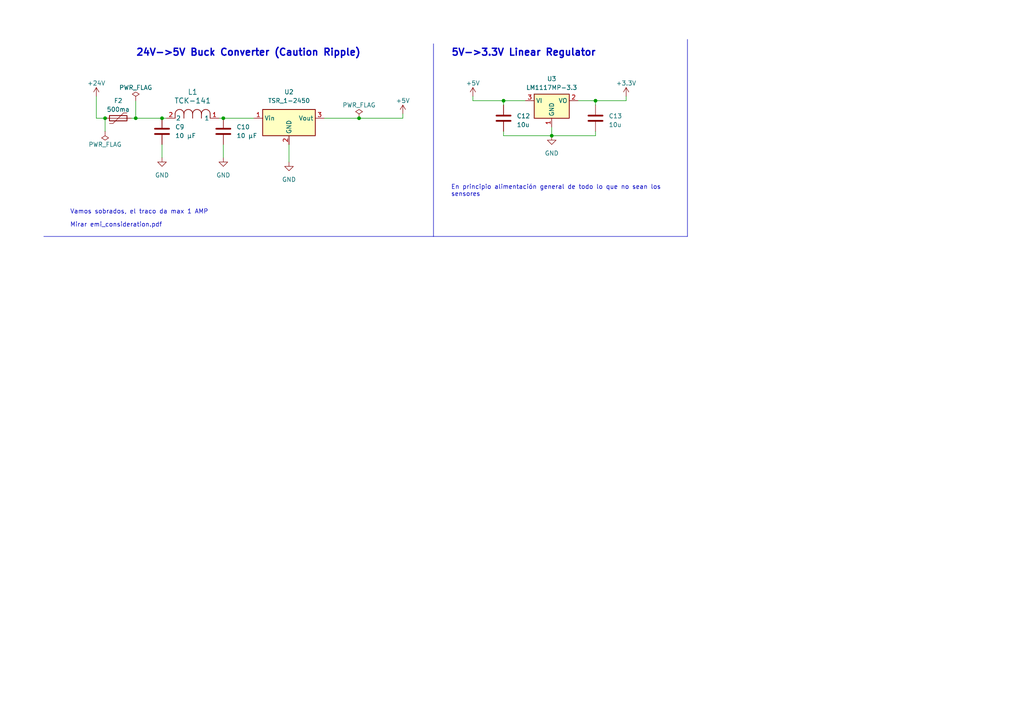
<source format=kicad_sch>
(kicad_sch (version 20231120) (generator "eeschema") (generator_version "8.0")
  (paper "A4")
  (title_block (title "TeR_PEDAL") (date "2023-11-24") (rev "V1.1.0") (company "Tecnun-eRacing") (comment 1 "Ozuba"))
  (lib_symbols
    (symbol "Device:C" (pin_numbers hide) (pin_names (offset 0.254))
      (property "Reference" "C" (at 0.635 2.54 0))
      (property "Value" "C" (at 0.635 -2.54 0))
      (symbol "C_0_1"
        (polyline (pts (xy -2.032 -0.762) (xy 2.032 -0.762)) (stroke (width 0.508)))
        (polyline (pts (xy -2.032 0.762) (xy 2.032 0.762)) (stroke (width 0.508)))
      )
      (symbol "C_1_1"
        (pin passive line (at 0 3.81 270) (length 2.794) (name "~") (number "1"))
        (pin passive line (at 0 -3.81 90) (length 2.794) (name "~") (number "2"))
      )
    )
    (symbol "Device:Polyfuse" (pin_numbers hide) (pin_names (offset 0))
      (property "Reference" "F" (at -2.54 0 90))
      (property "Value" "Polyfuse" (at 2.54 0 90))
      (symbol "Polyfuse_0_1"
        (rectangle (start -0.762 2.54) (end 0.762 -2.54) (stroke (width 0.254)))
        (polyline (pts (xy 0 2.54) (xy 0 -2.54)))
        (polyline (pts (xy -1.524 2.54) (xy -1.524 1.524) (xy 1.524 -1.524) (xy 1.524 -2.54)))
      )
      (symbol "Polyfuse_1_1"
        (pin passive line (at 0 3.81 270) (length 1.27) (name "~") (number "1"))
        (pin passive line (at 0 -3.81 90) (length 1.27) (name "~") (number "2"))
      )
    )
    (symbol "Regulator_Linear:LM1117MP-3.3"
      (property "Reference" "U" (at -3.81 3.175 0))
      (property "Value" "LM1117MP-3.3" (at 0 3.175 0))
      (symbol "LM1117MP-3.3_0_1"
        (rectangle (start -5.08 -5.08) (end 5.08 1.905) (stroke (width 0.254)) (fill (type background)))
      )
      (symbol "LM1117MP-3.3_1_1"
        (pin power_in line (at 0 -7.62 90) (length 2.54) (name "GND") (number "1"))
        (pin power_out line (at 7.62 0 180) (length 2.54) (name "VO") (number "2"))
        (pin power_in line (at -7.62 0 0) (length 2.54) (name "VI") (number "3"))
      )
    )
    (symbol "Regulator_Switching:TSR_1-2450"
      (property "Reference" "U" (at -7.62 6.35 0))
      (property "Value" "TSR_1-2450" (at -1.27 6.35 0))
      (symbol "TSR_1-2450_0_1"
        (rectangle (start -7.62 5.08) (end 7.62 -2.54) (stroke (width 0.254)) (fill (type background)))
      )
      (symbol "TSR_1-2450_1_1"
        (pin power_in line (at -10.16 2.54 0) (length 2.54) (name "Vin") (number "1"))
        (pin power_in line (at 0 -5.08 90) (length 2.54) (name "GND") (number "2"))
        (pin power_out line (at 10.16 2.54 180) (length 2.54) (name "Vout") (number "3"))
      )
    )
    (symbol "TracoChoke:TCK-141" (pin_names (offset 0.254))
      (property "Reference" "L" (at 6.985 5.08 0))
      (property "Value" "TCK-141" (at 6.985 -2.54 0))
      (symbol "TCK-141_1_1"
        (polyline (pts (xy 2.54 0) (xy 2.54 1.27)) (stroke (width 0.2032)))
        (polyline (pts (xy 5.08 0) (xy 5.08 1.27)) (stroke (width 0.2032)))
        (polyline (pts (xy 7.62 0) (xy 7.62 1.27)) (stroke (width 0.2032)))
        (polyline (pts (xy 10.16 0) (xy 10.16 1.27)) (stroke (width 0.2032)))
        (polyline (pts (xy 12.7 0) (xy 12.7 1.27)) (stroke (width 0.2032)))
        (arc (start 5.08 1.27) (mid 3.81 2.5345) (end 2.54 1.27) (stroke (width 0.2032)))
        (arc (start 7.62 1.27) (mid 6.35 2.5345) (end 5.08 1.27) (stroke (width 0.2032)))
        (arc (start 10.16 1.27) (mid 8.89 2.5345) (end 7.62 1.27) (stroke (width 0.2032)))
        (arc (start 12.7 1.27) (mid 11.43 2.5345) (end 10.16 1.27) (stroke (width 0.2032)))
        (pin unspecified line (at 15.24 0 180) (length 2.54) (name "1") (number "1"))
        (pin unspecified line (at 0 0 0) (length 2.54) (name "2") (number "2"))
      )
      (symbol "TCK-141_1_2"
        (arc (start -1.27 5.08) (mid -2.5345 3.81) (end -1.27 2.54) (stroke (width 0.2032)))
        (arc (start -1.27 7.62) (mid -2.5345 6.35) (end -1.27 5.08) (stroke (width 0.2032)))
        (arc (start -1.27 10.16) (mid -2.5345 8.89) (end -1.27 7.62) (stroke (width 0.2032)))
        (arc (start -1.27 12.7) (mid -2.5345 11.43) (end -1.27 10.16) (stroke (width 0.2032)))
        (polyline (pts (xy 0 2.54) (xy -1.27 2.54)) (stroke (width 0.2032)))
        (polyline (pts (xy 0 5.08) (xy -1.27 5.08)) (stroke (width 0.2032)))
        (polyline (pts (xy 0 7.62) (xy -1.27 7.62)) (stroke (width 0.2032)))
        (polyline (pts (xy 0 10.16) (xy -1.27 10.16)) (stroke (width 0.2032)))
        (polyline (pts (xy 0 12.7) (xy -1.27 12.7)) (stroke (width 0.2032)))
        (pin unspecified line (at 0 15.24 270) (length 2.54) (name "1") (number "1"))
        (pin unspecified line (at 0 0 90) (length 2.54) (name "2") (number "2"))
      )
    )
    (symbol "power:+24V" (power) (pin_names (offset 0))
      (property "Value" "+24V" (at 0 3.556 0))
      (symbol "+24V_0_1"
        (polyline (pts (xy -0.762 1.27) (xy 0 2.54)))
        (polyline (pts (xy 0 0) (xy 0 2.54)))
        (polyline (pts (xy 0 2.54) (xy 0.762 1.27)))
      )
      (symbol "+24V_1_1"
        (pin power_in line (at 0 0 90) (length 0) hide (name "+24V") (number "1"))
      )
    )
    (symbol "power:+3.3V" (power) (pin_names (offset 0))
      (property "Value" "+3.3V" (at 0 3.556 0))
      (symbol "+3.3V_0_1"
        (polyline (pts (xy -0.762 1.27) (xy 0 2.54)))
        (polyline (pts (xy 0 0) (xy 0 2.54)))
        (polyline (pts (xy 0 2.54) (xy 0.762 1.27)))
      )
      (symbol "+3.3V_1_1"
        (pin power_in line (at 0 0 90) (length 0) hide (name "+3.3V") (number "1"))
      )
    )
    (symbol "power:+5V" (power) (pin_names (offset 0))
      (property "Value" "+5V" (at 0 3.556 0))
      (symbol "+5V_0_1"
        (polyline (pts (xy -0.762 1.27) (xy 0 2.54)))
        (polyline (pts (xy 0 0) (xy 0 2.54)))
        (polyline (pts (xy 0 2.54) (xy 0.762 1.27)))
      )
      (symbol "+5V_1_1"
        (pin power_in line (at 0 0 90) (length 0) hide (name "+5V") (number "1"))
      )
    )
    (symbol "power:GND" (power) (pin_names (offset 0))
      (property "Value" "GND" (at 0 -3.81 0))
      (symbol "GND_0_1"
        (polyline (pts (xy 0 0) (xy 0 -1.27) (xy 1.27 -1.27) (xy 0 -2.54) (xy -1.27 -1.27) (xy 0 -1.27)))
      )
      (symbol "GND_1_1"
        (pin power_in line (at 0 0 270) (length 0) hide (name "GND") (number "1"))
      )
    )
    (symbol "power:PWR_FLAG" (power) (pin_numbers hide) (pin_names (offset 0) hide)
      (property "Value" "PWR_FLAG" (at 0 3.81 0))
      (symbol "PWR_FLAG_0_0"
        (pin power_out line (at 0 0 90) (length 0) (name "pwr") (number "1"))
      )
      (symbol "PWR_FLAG_0_1"
        (polyline (pts (xy 0 0) (xy 0 1.27) (xy -1.016 1.905) (xy 0 2.54) (xy 1.016 1.905) (xy 0 1.27)))
      )
    )
  )
  (junction (at 104.14 34.29))
  (junction (at 172.72 29.21))
  (junction (at 30.48 34.29))
  (junction (at 146.05 29.21))
  (junction (at 39.37 34.29))
  (junction (at 160.02 39.37))
  (junction (at 46.99 34.29))
  (junction (at 64.77 34.29))
  (wire (pts (xy 137.16 29.21) (xy 146.05 29.21)))
  (wire (pts (xy 116.84 33.02) (xy 116.84 34.29)))
  (wire (pts (xy 46.99 34.29) (xy 48.26 34.29)))
  (wire (pts (xy 63.5 34.29) (xy 64.77 34.29)))
  (polyline (pts (xy 125.73 12.7) (xy 125.73 68.58)))
  (wire (pts (xy 172.72 39.37) (xy 160.02 39.37)))
  (wire (pts (xy 137.16 27.94) (xy 137.16 29.21)))
  (wire (pts (xy 172.72 38.1) (xy 172.72 39.37)))
  (wire (pts (xy 146.05 39.37) (xy 160.02 39.37)))
  (wire (pts (xy 30.48 38.1) (xy 30.48 34.29)))
  (wire (pts (xy 146.05 30.48) (xy 146.05 29.21)))
  (wire (pts (xy 38.1 34.29) (xy 39.37 34.29)))
  (wire (pts (xy 30.48 34.29) (xy 27.94 34.29)))
  (wire (pts (xy 93.98 34.29) (xy 104.14 34.29)))
  (polyline (pts (xy 12.7 68.58) (xy 125.73 68.58)))
  (wire (pts (xy 64.77 45.72) (xy 64.77 41.91)))
  (wire (pts (xy 83.82 46.99) (xy 83.82 41.91)))
  (wire (pts (xy 104.14 34.29) (xy 116.84 34.29)))
  (polyline (pts (xy 125.73 68.58) (xy 199.39 68.58)))
  (wire (pts (xy 146.05 29.21) (xy 152.4 29.21)))
  (wire (pts (xy 181.61 29.21) (xy 172.72 29.21)))
  (polyline (pts (xy 199.39 11.43) (xy 199.39 68.58)))
  (wire (pts (xy 181.61 27.94) (xy 181.61 29.21)))
  (wire (pts (xy 64.77 34.29) (xy 73.66 34.29)))
  (wire (pts (xy 39.37 34.29) (xy 46.99 34.29)))
  (wire (pts (xy 39.37 29.21) (xy 39.37 34.29)))
  (wire (pts (xy 27.94 34.29) (xy 27.94 27.94)))
  (wire (pts (xy 46.99 45.72) (xy 46.99 41.91)))
  (wire (pts (xy 146.05 38.1) (xy 146.05 39.37)))
  (wire (pts (xy 172.72 30.48) (xy 172.72 29.21)))
  (wire (pts (xy 160.02 39.37) (xy 160.02 36.83)))
  (wire (pts (xy 172.72 29.21) (xy 167.64 29.21)))
  (text "En principio alimentación general de todo lo que no sean los \nsensores" (at 130.81 57.15 0) (effects (font (size 1.27 1.27)) (justify left bottom)))
  (text "24V->5V Buck Converter (Caution Ripple)" (at 39.37 16.51 0) (effects (font (size 2 2) (thickness 0.4) (bold yes)) (justify left bottom)))
  (text "Vamos sobrados, el traco da max 1 AMP" (at 20.32 62.23 0) (effects (font (size 1.27 1.27)) (justify left bottom)))
  (text "5V->3.3V Linear Regulator" (at 130.81 16.51 0) (effects (font (size 2 2) (bold yes)) (justify left bottom)))
  (text "Mirar emi_consideration.pdf\n" (at 20.32 66.04 0) (effects (font (size 1.27 1.27)) (justify left bottom)))
  (symbol (lib_id "power:GND") (at 160.02 39.37 0) (unit 1)
    (property "Reference" "#PWR017" (effects (hide yes)))
    (property "Value" "GND" (at 160.02 44.45 0))
  )
  (symbol (lib_id "Regulator_Switching:TSR_1-2450") (at 83.82 36.83 0) (unit 1)
    (property "Reference" "U2" (at 83.82 26.67 0))
    (property "Value" "TSR_1-2450" (at 83.82 29.21 0))
    (property "Footprint" "Converter_DCDC:Converter_DCDC_TRACO_TSR-1_THT" (effects (hide yes)))
    (property "Datasheet" "http://www.tracopower.com/products/tsr1.pdf" (effects (hide yes)))
  )
  (symbol (lib_id "power:PWR_FLAG") (at 30.48 38.1 0) (mirror x) (unit 1)
    (property "Reference" "#FLG01" (effects (hide yes)))
    (property "Value" "PWR_FLAG" (at 30.48 41.91 0))
  )
  (symbol (lib_id "Device:C") (at 146.05 34.29 0) (unit 1)
    (property "Reference" "C12" (at 149.86 33.655 0) (effects (justify left)))
    (property "Value" "10u" (at 149.86 36.195 0) (effects (justify left)))
    (property "Footprint" "Capacitor_SMD:C_0603_1608Metric" (effects (hide yes)))
  )
  (symbol (lib_id "Device:C") (at 172.72 34.29 0) (unit 1)
    (property "Reference" "C13" (at 176.53 33.655 0) (effects (justify left)))
    (property "Value" "10u" (at 176.53 36.195 0) (effects (justify left)))
    (property "Footprint" "Capacitor_SMD:C_0603_1608Metric" (effects (hide yes)))
  )
  (symbol (lib_id "power:PWR_FLAG") (at 39.37 29.21 0) (unit 1)
    (property "Reference" "#FLG02" (effects (hide yes)))
    (property "Value" "PWR_FLAG" (at 39.37 25.4 0))
  )
  (symbol (lib_id "power:GND") (at 46.99 45.72 0) (unit 1)
    (property "Reference" "#PWR012" (effects (hide yes)))
    (property "Value" "GND" (at 46.99 50.8 0))
  )
  (symbol (lib_id "Device:C") (at 46.99 38.1 0) (unit 1)
    (property "Reference" "C9" (at 50.8 36.83 0) (effects (justify left)))
    (property "Value" "10 µF" (at 50.8 39.37 0) (effects (justify left)))
    (property "Footprint" "Capacitor_SMD:C_0805_2012Metric" (effects (hide yes)))
  )
  (symbol (lib_id "Device:Polyfuse") (at 34.29 34.29 90) (unit 1)
    (property "Reference" "F2" (at 34.29 29.21 90))
    (property "Value" "500ma" (at 34.29 31.75 90))
    (property "Footprint" "Fuse:Fuse_0805_2012Metric" (effects (hide yes)))
  )
  (symbol (lib_id "power:+3.3V") (at 181.61 27.94 0) (unit 1)
    (property "Reference" "#PWR019" (effects (hide yes)))
    (property "Value" "+3.3V" (at 181.61 24.13 0))
  )
  (symbol (lib_id "power:GND") (at 83.82 46.99 0) (unit 1)
    (property "Reference" "#PWR011" (effects (hide yes)))
    (property "Value" "GND" (at 83.82 52.07 0))
  )
  (symbol (lib_id "Device:C") (at 64.77 38.1 0) (unit 1)
    (property "Reference" "C10" (at 68.58 36.83 0) (effects (justify left)))
    (property "Value" "10 µF" (at 68.58 39.37 0) (effects (justify left)))
    (property "Footprint" "Capacitor_SMD:C_0805_2012Metric" (effects (hide yes)))
  )
  (symbol (lib_id "power:+5V") (at 116.84 33.02 0) (unit 1)
    (property "Reference" "#PWR016" (effects (hide yes)))
    (property "Value" "+5V" (at 116.84 29.21 0))
  )
  (symbol (lib_id "Regulator_Linear:LM1117MP-3.3") (at 160.02 29.21 0) (unit 1)
    (property "Reference" "U3" (at 160.02 22.86 0))
    (property "Value" "LM1117MP-3.3" (at 160.02 25.4 0))
    (property "Footprint" "Package_TO_SOT_SMD:SOT-223-3_TabPin2" (effects (hide yes)))
    (property "Datasheet" "http://www.ti.com/lit/ds/symlink/lm1117.pdf" (effects (hide yes)))
  )
  (symbol (lib_id "power:+5V") (at 137.16 27.94 0) (unit 1)
    (property "Reference" "#PWR018" (effects (hide yes)))
    (property "Value" "+5V" (at 137.16 24.13 0))
  )
  (symbol (lib_id "power:+24V") (at 27.94 27.94 0) (unit 1)
    (property "Reference" "#PWR010" (effects (hide yes)))
    (property "Value" "+24V" (at 27.94 24.13 0))
  )
  (symbol (lib_id "TracoChoke:TCK-141") (at 48.26 34.29 0) (unit 1)
    (property "Reference" "L1" (at 55.88 26.67 0) (effects (font (size 1.524 1.524))))
    (property "Value" "TCK-141" (at 55.88 29.21 0) (effects (font (size 1.524 1.524))))
    (property "Footprint" "Footprints:IND_TCK-141_TRP" (effects (hide yes)))
    (property "Datasheet" "TCK-141" (effects (hide yes)))
  )
  (symbol (lib_id "power:PWR_FLAG") (at 104.14 34.29 0) (unit 1)
    (property "Reference" "#FLG03" (effects (hide yes)))
    (property "Value" "PWR_FLAG" (at 104.14 30.48 0))
  )
  (symbol (lib_id "power:GND") (at 64.77 45.72 0) (unit 1)
    (property "Reference" "#PWR013" (effects (hide yes)))
    (property "Value" "GND" (at 64.77 50.8 0))
  )
)
</source>
